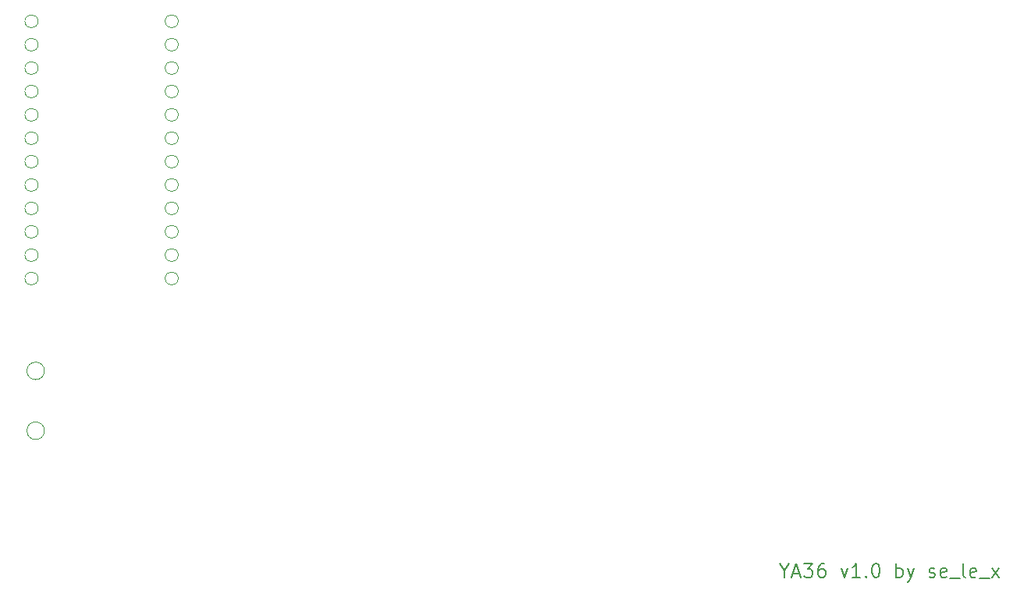
<source format=gbr>
G04 #@! TF.GenerationSoftware,KiCad,Pcbnew,(5.1.9)-1*
G04 #@! TF.CreationDate,2021-03-07T06:52:57-05:00*
G04 #@! TF.ProjectId,ya36,79613336-2e6b-4696-9361-645f70636258,rev?*
G04 #@! TF.SameCoordinates,Original*
G04 #@! TF.FileFunction,Legend,Top*
G04 #@! TF.FilePolarity,Positive*
%FSLAX46Y46*%
G04 Gerber Fmt 4.6, Leading zero omitted, Abs format (unit mm)*
G04 Created by KiCad (PCBNEW (5.1.9)-1) date 2021-03-07 06:52:57*
%MOMM*%
%LPD*%
G01*
G04 APERTURE LIST*
%ADD10C,0.180000*%
%ADD11C,0.100000*%
%ADD12C,0.150000*%
G04 APERTURE END LIST*
D10*
X237071428Y-114964285D02*
X237071428Y-115678571D01*
X236571428Y-114178571D02*
X237071428Y-114964285D01*
X237571428Y-114178571D01*
X238000000Y-115250000D02*
X238714285Y-115250000D01*
X237857142Y-115678571D02*
X238357142Y-114178571D01*
X238857142Y-115678571D01*
X239214285Y-114178571D02*
X240142857Y-114178571D01*
X239642857Y-114750000D01*
X239857142Y-114750000D01*
X240000000Y-114821428D01*
X240071428Y-114892857D01*
X240142857Y-115035714D01*
X240142857Y-115392857D01*
X240071428Y-115535714D01*
X240000000Y-115607142D01*
X239857142Y-115678571D01*
X239428571Y-115678571D01*
X239285714Y-115607142D01*
X239214285Y-115535714D01*
X241428571Y-114178571D02*
X241142857Y-114178571D01*
X241000000Y-114250000D01*
X240928571Y-114321428D01*
X240785714Y-114535714D01*
X240714285Y-114821428D01*
X240714285Y-115392857D01*
X240785714Y-115535714D01*
X240857142Y-115607142D01*
X241000000Y-115678571D01*
X241285714Y-115678571D01*
X241428571Y-115607142D01*
X241500000Y-115535714D01*
X241571428Y-115392857D01*
X241571428Y-115035714D01*
X241500000Y-114892857D01*
X241428571Y-114821428D01*
X241285714Y-114750000D01*
X241000000Y-114750000D01*
X240857142Y-114821428D01*
X240785714Y-114892857D01*
X240714285Y-115035714D01*
X243214285Y-114678571D02*
X243571428Y-115678571D01*
X243928571Y-114678571D01*
X245285714Y-115678571D02*
X244428571Y-115678571D01*
X244857142Y-115678571D02*
X244857142Y-114178571D01*
X244714285Y-114392857D01*
X244571428Y-114535714D01*
X244428571Y-114607142D01*
X245928571Y-115535714D02*
X246000000Y-115607142D01*
X245928571Y-115678571D01*
X245857142Y-115607142D01*
X245928571Y-115535714D01*
X245928571Y-115678571D01*
X246928571Y-114178571D02*
X247071428Y-114178571D01*
X247214285Y-114250000D01*
X247285714Y-114321428D01*
X247357142Y-114464285D01*
X247428571Y-114750000D01*
X247428571Y-115107142D01*
X247357142Y-115392857D01*
X247285714Y-115535714D01*
X247214285Y-115607142D01*
X247071428Y-115678571D01*
X246928571Y-115678571D01*
X246785714Y-115607142D01*
X246714285Y-115535714D01*
X246642857Y-115392857D01*
X246571428Y-115107142D01*
X246571428Y-114750000D01*
X246642857Y-114464285D01*
X246714285Y-114321428D01*
X246785714Y-114250000D01*
X246928571Y-114178571D01*
X249214285Y-115678571D02*
X249214285Y-114178571D01*
X249214285Y-114750000D02*
X249357142Y-114678571D01*
X249642857Y-114678571D01*
X249785714Y-114750000D01*
X249857142Y-114821428D01*
X249928571Y-114964285D01*
X249928571Y-115392857D01*
X249857142Y-115535714D01*
X249785714Y-115607142D01*
X249642857Y-115678571D01*
X249357142Y-115678571D01*
X249214285Y-115607142D01*
X250428571Y-114678571D02*
X250785714Y-115678571D01*
X251142857Y-114678571D02*
X250785714Y-115678571D01*
X250642857Y-116035714D01*
X250571428Y-116107142D01*
X250428571Y-116178571D01*
X252785714Y-115607142D02*
X252928571Y-115678571D01*
X253214285Y-115678571D01*
X253357142Y-115607142D01*
X253428571Y-115464285D01*
X253428571Y-115392857D01*
X253357142Y-115250000D01*
X253214285Y-115178571D01*
X253000000Y-115178571D01*
X252857142Y-115107142D01*
X252785714Y-114964285D01*
X252785714Y-114892857D01*
X252857142Y-114750000D01*
X253000000Y-114678571D01*
X253214285Y-114678571D01*
X253357142Y-114750000D01*
X254642857Y-115607142D02*
X254500000Y-115678571D01*
X254214285Y-115678571D01*
X254071428Y-115607142D01*
X254000000Y-115464285D01*
X254000000Y-114892857D01*
X254071428Y-114750000D01*
X254214285Y-114678571D01*
X254500000Y-114678571D01*
X254642857Y-114750000D01*
X254714285Y-114892857D01*
X254714285Y-115035714D01*
X254000000Y-115178571D01*
X255000000Y-115821428D02*
X256142857Y-115821428D01*
X256714285Y-115678571D02*
X256571428Y-115607142D01*
X256500000Y-115464285D01*
X256500000Y-114178571D01*
X257857142Y-115607142D02*
X257714285Y-115678571D01*
X257428571Y-115678571D01*
X257285714Y-115607142D01*
X257214285Y-115464285D01*
X257214285Y-114892857D01*
X257285714Y-114750000D01*
X257428571Y-114678571D01*
X257714285Y-114678571D01*
X257857142Y-114750000D01*
X257928571Y-114892857D01*
X257928571Y-115035714D01*
X257214285Y-115178571D01*
X258214285Y-115821428D02*
X259357142Y-115821428D01*
X259571428Y-115678571D02*
X260357142Y-114678571D01*
X259571428Y-114678571D02*
X260357142Y-115678571D01*
D11*
X156103400Y-55272000D02*
G75*
G03*
X156103400Y-55272000I-712000J0D01*
G01*
X156103400Y-57812000D02*
G75*
G03*
X156103400Y-57812000I-712000J0D01*
G01*
X156103400Y-60352000D02*
G75*
G03*
X156103400Y-60352000I-712000J0D01*
G01*
X156103400Y-62892000D02*
G75*
G03*
X156103400Y-62892000I-712000J0D01*
G01*
X156103400Y-65432000D02*
G75*
G03*
X156103400Y-65432000I-712000J0D01*
G01*
X156103400Y-67972000D02*
G75*
G03*
X156103400Y-67972000I-712000J0D01*
G01*
X156103400Y-70512000D02*
G75*
G03*
X156103400Y-70512000I-712000J0D01*
G01*
X156103400Y-73052000D02*
G75*
G03*
X156103400Y-73052000I-712000J0D01*
G01*
X156103400Y-75592000D02*
G75*
G03*
X156103400Y-75592000I-712000J0D01*
G01*
X156103400Y-78132000D02*
G75*
G03*
X156103400Y-78132000I-712000J0D01*
G01*
X156103400Y-80672000D02*
G75*
G03*
X156103400Y-80672000I-712000J0D01*
G01*
X156103400Y-83212000D02*
G75*
G03*
X156103400Y-83212000I-712000J0D01*
G01*
X171323400Y-83212000D02*
G75*
G03*
X171323400Y-83212000I-712000J0D01*
G01*
X171323400Y-80672000D02*
G75*
G03*
X171323400Y-80672000I-712000J0D01*
G01*
X171323400Y-78132000D02*
G75*
G03*
X171323400Y-78132000I-712000J0D01*
G01*
X171323400Y-75592000D02*
G75*
G03*
X171323400Y-75592000I-712000J0D01*
G01*
X171323400Y-73052000D02*
G75*
G03*
X171323400Y-73052000I-712000J0D01*
G01*
X171323400Y-70512000D02*
G75*
G03*
X171323400Y-70512000I-712000J0D01*
G01*
X171323400Y-67972000D02*
G75*
G03*
X171323400Y-67972000I-712000J0D01*
G01*
X171323400Y-65432000D02*
G75*
G03*
X171323400Y-65432000I-712000J0D01*
G01*
X171323400Y-62892000D02*
G75*
G03*
X171323400Y-62892000I-712000J0D01*
G01*
X171323400Y-60352000D02*
G75*
G03*
X171323400Y-60352000I-712000J0D01*
G01*
X171323400Y-57812000D02*
G75*
G03*
X171323400Y-57812000I-712000J0D01*
G01*
X171323400Y-55272000D02*
G75*
G03*
X171323400Y-55272000I-712000J0D01*
G01*
X156800000Y-93250000D02*
G75*
G03*
X156800000Y-93250000I-950000J0D01*
G01*
X156800000Y-99750000D02*
G75*
G03*
X156800000Y-99750000I-950000J0D01*
G01*
D12*
M02*

</source>
